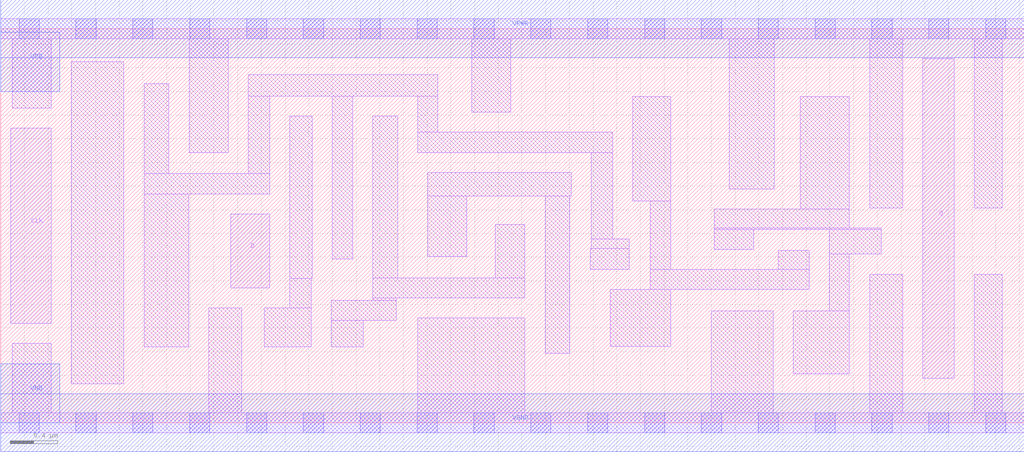
<source format=lef>
# Copyright 2020 The SkyWater PDK Authors
#
# Licensed under the Apache License, Version 2.0 (the "License");
# you may not use this file except in compliance with the License.
# You may obtain a copy of the License at
#
#     https://www.apache.org/licenses/LICENSE-2.0
#
# Unless required by applicable law or agreed to in writing, software
# distributed under the License is distributed on an "AS IS" BASIS,
# WITHOUT WARRANTIES OR CONDITIONS OF ANY KIND, either express or implied.
# See the License for the specific language governing permissions and
# limitations under the License.
#
# SPDX-License-Identifier: Apache-2.0

VERSION 5.5 ;
NAMESCASESENSITIVE ON ;
BUSBITCHARS "[]" ;
DIVIDERCHAR "/" ;
MACRO sky130_fd_sc_lp__dfxtp_2
  CLASS CORE ;
  SOURCE USER ;
  ORIGIN  0.000000  0.000000 ;
  SIZE  8.640000 BY  3.330000 ;
  SYMMETRY X Y R90 ;
  SITE unit ;
  PIN D
    ANTENNAGATEAREA  0.126000 ;
    DIRECTION INPUT ;
    USE SIGNAL ;
    PORT
      LAYER li1 ;
        RECT 1.940000 1.140000 2.270000 1.765000 ;
    END
  END D
  PIN Q
    ANTENNADIFFAREA  0.588000 ;
    DIRECTION OUTPUT ;
    USE SIGNAL ;
    PORT
      LAYER li1 ;
        RECT 7.785000 0.375000 8.050000 3.075000 ;
    END
  END Q
  PIN CLK
    ANTENNAGATEAREA  0.159000 ;
    DIRECTION INPUT ;
    USE CLOCK ;
    PORT
      LAYER li1 ;
        RECT 0.085000 0.840000 0.425000 2.490000 ;
    END
  END CLK
  PIN VGND
    DIRECTION INOUT ;
    USE GROUND ;
    PORT
      LAYER met1 ;
        RECT 0.000000 -0.245000 8.640000 0.245000 ;
    END
  END VGND
  PIN VNB
    DIRECTION INOUT ;
    USE GROUND ;
    PORT
      LAYER met1 ;
        RECT 0.000000 0.000000 0.500000 0.500000 ;
    END
  END VNB
  PIN VPB
    DIRECTION INOUT ;
    USE POWER ;
    PORT
      LAYER met1 ;
        RECT 0.000000 2.800000 0.500000 3.300000 ;
    END
  END VPB
  PIN VPWR
    DIRECTION INOUT ;
    USE POWER ;
    PORT
      LAYER met1 ;
        RECT 0.000000 3.085000 8.640000 3.575000 ;
    END
  END VPWR
  OBS
    LAYER li1 ;
      RECT 0.000000 -0.085000 8.640000 0.085000 ;
      RECT 0.000000  3.245000 8.640000 3.415000 ;
      RECT 0.095000  0.085000 0.425000 0.670000 ;
      RECT 0.095000  2.660000 0.425000 3.245000 ;
      RECT 0.595000  0.330000 1.040000 3.050000 ;
      RECT 1.210000  0.640000 1.585000 1.935000 ;
      RECT 1.210000  1.935000 2.270000 2.105000 ;
      RECT 1.210000  2.105000 1.420000 2.865000 ;
      RECT 1.590000  2.285000 1.920000 3.245000 ;
      RECT 1.755000  0.085000 2.035000 0.970000 ;
      RECT 2.090000  2.105000 2.270000 2.760000 ;
      RECT 2.090000  2.760000 3.690000 2.940000 ;
      RECT 2.225000  0.640000 2.620000 0.970000 ;
      RECT 2.440000  0.970000 2.620000 1.220000 ;
      RECT 2.440000  1.220000 2.630000 2.590000 ;
      RECT 2.790000  0.640000 3.060000 0.865000 ;
      RECT 2.790000  0.865000 3.340000 1.035000 ;
      RECT 2.800000  1.385000 2.970000 2.760000 ;
      RECT 3.140000  1.035000 3.340000 1.055000 ;
      RECT 3.140000  1.055000 4.425000 1.225000 ;
      RECT 3.140000  1.225000 3.350000 2.590000 ;
      RECT 3.520000  0.085000 4.425000 0.885000 ;
      RECT 3.520000  2.285000 5.165000 2.455000 ;
      RECT 3.520000  2.455000 3.690000 2.760000 ;
      RECT 3.605000  1.405000 3.935000 1.915000 ;
      RECT 3.605000  1.915000 4.815000 2.115000 ;
      RECT 3.975000  2.625000 4.305000 3.245000 ;
      RECT 4.175000  1.225000 4.425000 1.675000 ;
      RECT 4.595000  0.585000 4.805000 1.915000 ;
      RECT 4.975000  1.295000 5.305000 1.475000 ;
      RECT 4.985000  1.475000 5.305000 1.555000 ;
      RECT 4.985000  1.555000 5.165000 2.285000 ;
      RECT 5.145000  0.645000 5.655000 1.125000 ;
      RECT 5.335000  1.875000 5.655000 2.755000 ;
      RECT 5.485000  1.125000 6.825000 1.295000 ;
      RECT 5.485000  1.295000 5.655000 1.875000 ;
      RECT 6.000000  0.085000 6.520000 0.945000 ;
      RECT 6.025000  1.465000 6.355000 1.635000 ;
      RECT 6.025000  1.635000 7.435000 1.645000 ;
      RECT 6.025000  1.645000 7.165000 1.805000 ;
      RECT 6.150000  1.975000 6.530000 3.245000 ;
      RECT 6.565000  1.295000 6.825000 1.455000 ;
      RECT 6.690000  0.415000 7.165000 0.945000 ;
      RECT 6.750000  1.805000 7.165000 2.755000 ;
      RECT 6.995000  0.945000 7.165000 1.425000 ;
      RECT 6.995000  1.425000 7.435000 1.635000 ;
      RECT 7.335000  0.085000 7.615000 1.255000 ;
      RECT 7.335000  1.815000 7.615000 3.245000 ;
      RECT 8.220000  0.085000 8.455000 1.255000 ;
      RECT 8.220000  1.815000 8.455000 3.245000 ;
    LAYER mcon ;
      RECT 0.155000 -0.085000 0.325000 0.085000 ;
      RECT 0.155000  3.245000 0.325000 3.415000 ;
      RECT 0.635000 -0.085000 0.805000 0.085000 ;
      RECT 0.635000  3.245000 0.805000 3.415000 ;
      RECT 1.115000 -0.085000 1.285000 0.085000 ;
      RECT 1.115000  3.245000 1.285000 3.415000 ;
      RECT 1.595000 -0.085000 1.765000 0.085000 ;
      RECT 1.595000  3.245000 1.765000 3.415000 ;
      RECT 2.075000 -0.085000 2.245000 0.085000 ;
      RECT 2.075000  3.245000 2.245000 3.415000 ;
      RECT 2.555000 -0.085000 2.725000 0.085000 ;
      RECT 2.555000  3.245000 2.725000 3.415000 ;
      RECT 3.035000 -0.085000 3.205000 0.085000 ;
      RECT 3.035000  3.245000 3.205000 3.415000 ;
      RECT 3.515000 -0.085000 3.685000 0.085000 ;
      RECT 3.515000  3.245000 3.685000 3.415000 ;
      RECT 3.995000 -0.085000 4.165000 0.085000 ;
      RECT 3.995000  3.245000 4.165000 3.415000 ;
      RECT 4.475000 -0.085000 4.645000 0.085000 ;
      RECT 4.475000  3.245000 4.645000 3.415000 ;
      RECT 4.955000 -0.085000 5.125000 0.085000 ;
      RECT 4.955000  3.245000 5.125000 3.415000 ;
      RECT 5.435000 -0.085000 5.605000 0.085000 ;
      RECT 5.435000  3.245000 5.605000 3.415000 ;
      RECT 5.915000 -0.085000 6.085000 0.085000 ;
      RECT 5.915000  3.245000 6.085000 3.415000 ;
      RECT 6.395000 -0.085000 6.565000 0.085000 ;
      RECT 6.395000  3.245000 6.565000 3.415000 ;
      RECT 6.875000 -0.085000 7.045000 0.085000 ;
      RECT 6.875000  3.245000 7.045000 3.415000 ;
      RECT 7.355000 -0.085000 7.525000 0.085000 ;
      RECT 7.355000  3.245000 7.525000 3.415000 ;
      RECT 7.835000 -0.085000 8.005000 0.085000 ;
      RECT 7.835000  3.245000 8.005000 3.415000 ;
      RECT 8.315000 -0.085000 8.485000 0.085000 ;
      RECT 8.315000  3.245000 8.485000 3.415000 ;
  END
END sky130_fd_sc_lp__dfxtp_2
END LIBRARY

</source>
